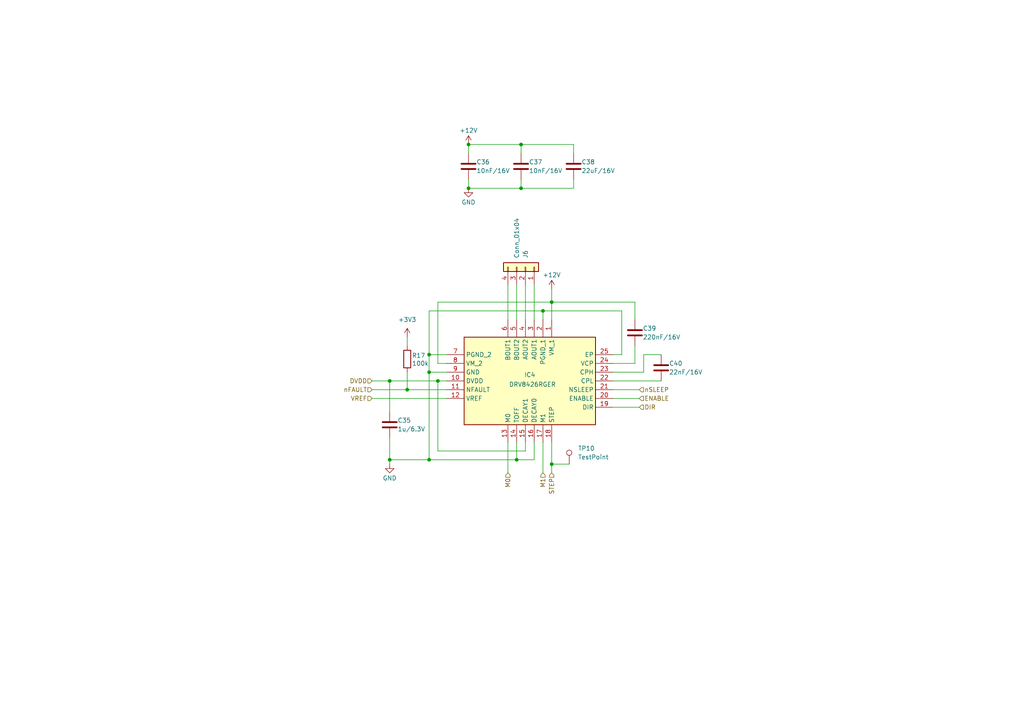
<source format=kicad_sch>
(kicad_sch (version 20250114) (generator "eeschema") (generator_version "9.0")
  (paper "A4")
  (lib_symbols
    (symbol "Connector:TestPoint" (pin_numbers (hide yes)) (pin_names (offset 0.762) (hide yes))
      (property "Reference" "TP" (at 0 6.858 0))
      (property "Value" "TestPoint" (at 0 5.08 0))
      (symbol "TestPoint_0_1"
        (circle (center 0 3.302) (radius 0.762))
      )
      (symbol "TestPoint_1_1"
        (pin passive line (at 0 0 90) (length 2.54) (name "1") (number "1"))
      )
    )
    (symbol "Connector_Generic:Conn_01x04" (pin_names (offset 1.016) (hide yes))
      (property "Reference" "J" (at 0 5.08 0))
      (property "Value" "Conn_01x04" (at 0 -7.62 0))
      (symbol "Conn_01x04_1_1"
        (rectangle (start -1.27 3.81) (end 1.27 -6.35) (stroke (width 0.254)) (fill (type background)))
        (rectangle (start -1.27 2.667) (end 0 2.413) (stroke (width 0.1524)))
        (rectangle (start -1.27 0.127) (end 0 -0.127) (stroke (width 0.1524)))
        (rectangle (start -1.27 -2.413) (end 0 -2.667) (stroke (width 0.1524)))
        (rectangle (start -1.27 -4.953) (end 0 -5.207) (stroke (width 0.1524)))
        (pin passive line (at -5.08 2.54 0) (length 3.81) (name "Pin_1") (number "1"))
        (pin passive line (at -5.08 0 0) (length 3.81) (name "Pin_2") (number "2"))
        (pin passive line (at -5.08 -2.54 0) (length 3.81) (name "Pin_3") (number "3"))
        (pin passive line (at -5.08 -5.08 0) (length 3.81) (name "Pin_4") (number "4"))
      )
    )
    (symbol "Device:C" (pin_numbers (hide yes)) (pin_names (offset 0.254))
      (property "Reference" "C" (at 0.635 2.54 0))
      (property "Value" "C" (at 0.635 -2.54 0))
      (symbol "C_0_1"
        (polyline (pts (xy -2.032 0.762) (xy 2.032 0.762)) (stroke (width 0.508)))
        (polyline (pts (xy -2.032 -0.762) (xy 2.032 -0.762)) (stroke (width 0.508)))
      )
      (symbol "C_1_1"
        (pin passive line (at 0 3.81 270) (length 2.794) (name "~") (number "1"))
        (pin passive line (at 0 -3.81 90) (length 2.794) (name "~") (number "2"))
      )
    )
    (symbol "Device:R" (pin_numbers (hide yes)) (pin_names (offset 0))
      (property "Reference" "R" (at 2.032 0 90))
      (property "Value" "R" (at 0 0 90))
      (symbol "R_0_1"
        (rectangle (start -1.016 -2.54) (end 1.016 2.54) (stroke (width 0.254)))
      )
      (symbol "R_1_1"
        (pin passive line (at 0 3.81 270) (length 1.27) (name "~") (number "1"))
        (pin passive line (at 0 -3.81 90) (length 1.27) (name "~") (number "2"))
      )
    )
    (symbol "SamacSys_Parts:DRV8426RGER"
      (property "Reference" "IC" (at 31.75 17.78 0))
      (property "Value" "DRV8426RGER" (at 31.75 15.24 0))
      (symbol "DRV8426RGER_1_1"
        (rectangle (start 5.08 12.7) (end 30.48 -25.4) (stroke (width 0.254)) (fill (type background)))
        (pin passive line (at 0 0 0) (length 5.08) (name "VM_1") (number "1"))
        (pin passive line (at 0 -2.54 0) (length 5.08) (name "PGND_1") (number "2"))
        (pin passive line (at 0 -5.08 0) (length 5.08) (name "AOUT1") (number "3"))
        (pin passive line (at 0 -7.62 0) (length 5.08) (name "AOUT2") (number "4"))
        (pin passive line (at 0 -10.16 0) (length 5.08) (name "BOUT2") (number "5"))
        (pin passive line (at 0 -12.7 0) (length 5.08) (name "BOUT1") (number "6"))
        (pin passive line (at 10.16 17.78 270) (length 5.08) (name "EP") (number "25"))
        (pin passive line (at 10.16 -30.48 90) (length 5.08) (name "PGND_2") (number "7"))
        (pin passive line (at 12.7 17.78 270) (length 5.08) (name "VCP") (number "24"))
        (pin passive line (at 12.7 -30.48 90) (length 5.08) (name "VM_2") (number "8"))
        (pin passive line (at 15.24 17.78 270) (length 5.08) (name "CPH") (number "23"))
        (pin passive line (at 15.24 -30.48 90) (length 5.08) (name "GND") (number "9"))
        (pin passive line (at 17.78 17.78 270) (length 5.08) (name "CPL") (number "22"))
        (pin passive line (at 17.78 -30.48 90) (length 5.08) (name "DVDD") (number "10"))
        (pin passive line (at 20.32 17.78 270) (length 5.08) (name "NSLEEP") (number "21"))
        (pin passive line (at 20.32 -30.48 90) (length 5.08) (name "NFAULT") (number "11"))
        (pin passive line (at 22.86 17.78 270) (length 5.08) (name "ENABLE") (number "20"))
        (pin passive line (at 22.86 -30.48 90) (length 5.08) (name "VREF") (number "12"))
        (pin passive line (at 25.4 17.78 270) (length 5.08) (name "DIR") (number "19"))
        (pin passive line (at 35.56 0 180) (length 5.08) (name "STEP") (number "18"))
        (pin passive line (at 35.56 -2.54 180) (length 5.08) (name "M1") (number "17"))
        (pin passive line (at 35.56 -5.08 180) (length 5.08) (name "DECAY0") (number "16"))
        (pin passive line (at 35.56 -7.62 180) (length 5.08) (name "DECAY1") (number "15"))
        (pin passive line (at 35.56 -10.16 180) (length 5.08) (name "TOFF") (number "14"))
        (pin passive line (at 35.56 -12.7 180) (length 5.08) (name "M0") (number "13"))
      )
    )
    (symbol "power:+12V" (power) (pin_numbers (hide yes)) (pin_names (offset 0) (hide yes))
      (property "Value" "+12V" (at 0 3.556 0))
      (symbol "+12V_0_1"
        (polyline (pts (xy -0.762 1.27) (xy 0 2.54)))
        (polyline (pts (xy 0 2.54) (xy 0.762 1.27)))
        (polyline (pts (xy 0 0) (xy 0 2.54)))
      )
      (symbol "+12V_1_1"
        (pin power_in line (at 0 0 90) (length 0) (name "~") (number "1"))
      )
    )
    (symbol "power:+3V3" (power) (pin_numbers (hide yes)) (pin_names (offset 0) (hide yes))
      (property "Value" "+3V3" (at 0 3.556 0))
      (symbol "+3V3_0_1"
        (polyline (pts (xy -0.762 1.27) (xy 0 2.54)))
        (polyline (pts (xy 0 2.54) (xy 0.762 1.27)))
        (polyline (pts (xy 0 0) (xy 0 2.54)))
      )
      (symbol "+3V3_1_1"
        (pin power_in line (at 0 0 90) (length 0) (name "~") (number "1"))
      )
    )
    (symbol "power:GND" (power) (pin_numbers (hide yes)) (pin_names (offset 0) (hide yes))
      (property "Value" "GND" (at 0 -3.81 0))
      (symbol "GND_0_1"
        (polyline (pts (xy 0 0) (xy 0 -1.27) (xy 1.27 -1.27) (xy 0 -2.54) (xy -1.27 -1.27) (xy 0 -1.27)))
      )
      (symbol "GND_1_1"
        (pin power_in line (at 0 0 270) (length 0) (name "~") (number "1"))
      )
    )
  )
  (junction (at 127 110.49))
  (junction (at 118.11 113.03))
  (junction (at 157.48 90.17))
  (junction (at 135.89 54.61))
  (junction (at 113.03 133.35))
  (junction (at 151.13 41.91))
  (junction (at 160.02 87.63))
  (junction (at 124.46 102.87))
  (junction (at 160.02 134.62))
  (junction (at 151.13 54.61))
  (junction (at 149.86 133.35))
  (junction (at 124.46 107.95))
  (junction (at 135.89 41.91))
  (junction (at 113.03 110.49))
  (junction (at 124.46 133.35))
  (wire (pts (xy 180.34 102.87) (xy 177.8 102.87)))
  (wire (pts (xy 118.11 113.03) (xy 129.54 113.03)))
  (wire (pts (xy 135.89 41.91) (xy 151.13 41.91)))
  (wire (pts (xy 160.02 87.63) (xy 184.15 87.63)))
  (wire (pts (xy 149.86 133.35) (xy 154.94 133.35)))
  (wire (pts (xy 107.95 115.57) (xy 129.54 115.57)))
  (wire (pts (xy 124.46 90.17) (xy 157.48 90.17)))
  (wire (pts (xy 184.15 105.41) (xy 184.15 100.33)))
  (wire (pts (xy 113.03 110.49) (xy 113.03 119.38)))
  (wire (pts (xy 118.11 107.95) (xy 118.11 113.03)))
  (wire (pts (xy 160.02 83.82) (xy 160.02 87.63)))
  (wire (pts (xy 151.13 54.61) (xy 166.37 54.61)))
  (wire (pts (xy 113.03 133.35) (xy 124.46 133.35)))
  (wire (pts (xy 127 130.81) (xy 127 110.49)))
  (wire (pts (xy 177.8 105.41) (xy 184.15 105.41)))
  (wire (pts (xy 157.48 128.27) (xy 157.48 137.16)))
  (wire (pts (xy 107.95 110.49) (xy 113.03 110.49)))
  (wire (pts (xy 124.46 133.35) (xy 149.86 133.35)))
  (wire (pts (xy 127 87.63) (xy 160.02 87.63)))
  (wire (pts (xy 149.86 128.27) (xy 149.86 133.35)))
  (wire (pts (xy 160.02 134.62) (xy 160.02 137.16)))
  (wire (pts (xy 154.94 128.27) (xy 154.94 133.35)))
  (wire (pts (xy 177.8 115.57) (xy 185.42 115.57)))
  (wire (pts (xy 186.69 107.95) (xy 186.69 102.87)))
  (wire (pts (xy 152.4 82.55) (xy 152.4 92.71)))
  (wire (pts (xy 166.37 54.61) (xy 166.37 52.07)))
  (wire (pts (xy 160.02 87.63) (xy 160.02 92.71)))
  (wire (pts (xy 152.4 128.27) (xy 152.4 130.81)))
  (wire (pts (xy 107.95 113.03) (xy 118.11 113.03)))
  (wire (pts (xy 127 105.41) (xy 127 87.63)))
  (wire (pts (xy 151.13 41.91) (xy 151.13 44.45)))
  (wire (pts (xy 118.11 97.79) (xy 118.11 100.33)))
  (wire (pts (xy 180.34 90.17) (xy 180.34 102.87)))
  (wire (pts (xy 124.46 102.87) (xy 124.46 90.17)))
  (wire (pts (xy 177.8 110.49) (xy 191.77 110.49)))
  (wire (pts (xy 151.13 54.61) (xy 151.13 52.07)))
  (wire (pts (xy 151.13 41.91) (xy 166.37 41.91)))
  (wire (pts (xy 147.32 82.55) (xy 147.32 92.71)))
  (wire (pts (xy 135.89 54.61) (xy 151.13 54.61)))
  (wire (pts (xy 135.89 52.07) (xy 135.89 54.61)))
  (wire (pts (xy 113.03 127) (xy 113.03 133.35)))
  (wire (pts (xy 177.8 118.11) (xy 185.42 118.11)))
  (wire (pts (xy 129.54 105.41) (xy 127 105.41)))
  (wire (pts (xy 166.37 41.91) (xy 166.37 44.45)))
  (wire (pts (xy 124.46 133.35) (xy 124.46 107.95)))
  (wire (pts (xy 113.03 134.62) (xy 113.03 133.35)))
  (wire (pts (xy 152.4 130.81) (xy 127 130.81)))
  (wire (pts (xy 160.02 128.27) (xy 160.02 134.62)))
  (wire (pts (xy 113.03 110.49) (xy 127 110.49)))
  (wire (pts (xy 149.86 82.55) (xy 149.86 92.71)))
  (wire (pts (xy 160.02 134.62) (xy 165.1 134.62)))
  (wire (pts (xy 124.46 107.95) (xy 129.54 107.95)))
  (wire (pts (xy 177.8 113.03) (xy 185.42 113.03)))
  (wire (pts (xy 124.46 102.87) (xy 124.46 107.95)))
  (wire (pts (xy 186.69 102.87) (xy 191.77 102.87)))
  (wire (pts (xy 157.48 90.17) (xy 180.34 90.17)))
  (wire (pts (xy 154.94 82.55) (xy 154.94 92.71)))
  (wire (pts (xy 184.15 87.63) (xy 184.15 92.71)))
  (wire (pts (xy 177.8 107.95) (xy 186.69 107.95)))
  (wire (pts (xy 129.54 110.49) (xy 127 110.49)))
  (wire (pts (xy 157.48 90.17) (xy 157.48 92.71)))
  (wire (pts (xy 147.32 128.27) (xy 147.32 137.16)))
  (wire (pts (xy 129.54 102.87) (xy 124.46 102.87)))
  (wire (pts (xy 135.89 41.91) (xy 135.89 44.45)))
  (hierarchical_label "ENABLE" (shape input) (at 185.42 115.57 0))
  (hierarchical_label "M0" (shape input) (at 147.32 137.16 270))
  (hierarchical_label "nFAULT" (shape input) (at 107.95 113.03 180))
  (hierarchical_label "DVDD" (shape input) (at 107.95 110.49 180))
  (hierarchical_label "STEP" (shape input) (at 160.02 137.16 270))
  (hierarchical_label "VREF" (shape input) (at 107.95 115.57 180))
  (hierarchical_label "DIR" (shape input) (at 185.42 118.11 0))
  (hierarchical_label "M1" (shape input) (at 157.48 137.16 270))
  (hierarchical_label "nSLEEP" (shape input) (at 185.42 113.03 0))
  (symbol (lib_id "Connector:TestPoint") (at 165.1 134.62 0) (unit 1)
    (property "Reference" "TP7" (at 167.64 130.0479 0) (effects (justify left)))
    (property "Value" "TestPoint" (at 167.64 132.5879 0) (effects (justify left)))
    (property "Footprint" "TestPoint:TestPoint_Pad_D1.5mm" (effects (hide yes)))
    (property "Description" "test point" (effects (hide yes)))
    (instances (project "PCK-ST1" (path "" (reference "TP10") (unit 1)) (path "" (reference "TP7") (unit 1)) (path "" (reference "TP8") (unit 1)) (path "" (reference "TP9") (unit 1))))
  )
  (symbol (lib_id "power:GND") (at 113.03 134.62 0) (mirror y) (unit 1)
    (property "Reference" "#PWR020" (effects (hide yes)))
    (property "Value" "GND" (at 113.03 138.684 0))
    (property "Description" "Power symbol creates a global label with name \"GND\" , ground" (effects (hide yes)))
    (instances (project "PCK-ST1" (path "" (reference "#PWR038") (unit 1)) (path "" (reference "#PWR020") (unit 1)) (path "" (reference "#PWR025") (unit 1)) (path "" (reference "#PWR033") (unit 1))))
  )
  (symbol (lib_id "Device:C") (at 184.15 96.52 0) (unit 1)
    (property "Reference" "C17" (at 186.436 95.25 0) (effects (justify left)))
    (property "Value" "220nF/16V" (at 186.436 97.79 0) (effects (justify left)))
    (property "Footprint" "Capacitor_SMD:C_0402_1005Metric" (effects (hide yes)))
    (property "Description" "Unpolarized capacitor" (effects (hide yes)))
    (instances (project "PCK-ST1" (path "" (reference "C39") (unit 1)) (path "" (reference "C17") (unit 1)) (path "" (reference "C27") (unit 1)) (path "" (reference "C33") (unit 1))))
  )
  (symbol (lib_id "Connector_Generic:Conn_01x04") (at 152.4 77.47 270) (mirror x) (unit 1)
    (property "Reference" "J3" (at 152.4001 74.93 0) (effects (justify left)))
    (property "Value" "Conn_01x04" (at 149.8601 74.93 0) (effects (justify left)))
    (property "Footprint" "Connector_JST:JST_PH_B4B-PH-K_1x04_P2.00mm_Vertical" (effects (hide yes)))
    (property "Description" "Generic connector, single row, 01x04, script generated (kicad-library-utils/schlib/autogen/connector/)" (effects (hide yes)))
    (instances (project "PCK-ST1" (path "" (reference "J6") (unit 1)) (path "" (reference "J3") (unit 1)) (path "" (reference "J4") (unit 1)) (path "" (reference "J5") (unit 1))))
  )
  (symbol (lib_id "SamacSys_Parts:DRV8426RGER") (at 160.02 92.71 270) (unit 1)
    (property "Reference" "IC1" (at 153.67 108.712 90))
    (property "Value" "DRV8426RGER" (at 154.432 111.506 90))
    (property "Footprint" "QFN50P400X400X100-25N-D" (effects (hide yes)))
    (property "Description" "Motor Drives 35-V, 1.5-A bipolar stepper driver with integrated current sensing & 1/256 microstepping" (effects (hide yes)))
    (property "Height" "1" (effects (hide yes)))
    (property "Mouser Part Number" "595-DRV8426RGER" (effects (hide yes)))
    (property "Mouser Price/Stock" "https://www.mouser.co.uk/ProductDetail/Texas-Instruments/DRV8426RGER?qs=zW32dvEIR3tWckqQdYkJ%252BQ%3D%3D" (effects (hide yes)))
    (property "Manufacturer_Name" "Texas Instruments" (effects (hide yes)))
    (property "Manufacturer_Part_Number" "DRV8426RGER" (effects (hide yes)))
    (instances (project "PCK-ST1" (path "" (reference "IC4") (unit 1)) (path "" (reference "IC1") (unit 1)) (path "" (reference "IC2") (unit 1)) (path "" (reference "IC3") (unit 1))))
  )
  (symbol (lib_id "Device:C") (at 135.89 48.26 0) (unit 1)
    (property "Reference" "C18" (at 138.176 46.99 0) (effects (justify left)))
    (property "Value" "10nF/16V" (at 138.176 49.53 0) (effects (justify left)))
    (property "Footprint" "Capacitor_SMD:C_0402_1005Metric" (effects (hide yes)))
    (property "Description" "Unpolarized capacitor" (effects (hide yes)))
    (instances (project "PCK-ST1" (path "" (reference "C36") (unit 1)) (path "" (reference "C18") (unit 1)) (path "" (reference "C24") (unit 1)) (path "" (reference "C30") (unit 1))))
  )
  (symbol (lib_id "Device:C") (at 191.77 106.68 0) (unit 1)
    (property "Reference" "C15" (at 194.056 105.41 0) (effects (justify left)))
    (property "Value" "22nF/16V" (at 194.056 107.95 0) (effects (justify left)))
    (property "Footprint" "Capacitor_SMD:C_0402_1005Metric" (effects (hide yes)))
    (property "Description" "Unpolarized capacitor" (effects (hide yes)))
    (instances (project "PCK-ST1" (path "" (reference "C40") (unit 1)) (path "" (reference "C15") (unit 1)) (path "" (reference "C28") (unit 1)) (path "" (reference "C34") (unit 1))))
  )
  (symbol (lib_id "Device:R") (at 118.11 104.14 180) (unit 1)
    (property "Reference" "R14" (at 121.412 103.124 0))
    (property "Value" "100k" (at 121.92 105.41 0))
    (property "Footprint" "Resistor_SMD:R_0402_1005Metric" (effects (hide yes)))
    (property "Description" "Resistor" (effects (hide yes)))
    (instances (project "PCK-ST1" (path "" (reference "R17") (unit 1)) (path "" (reference "R14") (unit 1)) (path "" (reference "R15") (unit 1)) (path "" (reference "R16") (unit 1))))
  )
  (symbol (lib_id "Device:C") (at 166.37 48.26 0) (unit 1)
    (property "Reference" "C20" (at 168.656 46.99 0) (effects (justify left)))
    (property "Value" "22uF/16V" (at 168.656 49.53 0) (effects (justify left)))
    (property "Footprint" "Capacitor_SMD:C_0805_2012Metric" (effects (hide yes)))
    (property "Description" "Unpolarized capacitor" (effects (hide yes)))
    (instances (project "PCK-ST1" (path "" (reference "C38") (unit 1)) (path "" (reference "C20") (unit 1)) (path "" (reference "C26") (unit 1)) (path "" (reference "C32") (unit 1))))
  )
  (symbol (lib_id "power:+12V") (at 135.89 41.91 0) (unit 1)
    (property "Reference" "#PWR022" (effects (hide yes)))
    (property "Value" "+12V" (at 135.89 37.846 0))
    (property "Description" "Power symbol creates a global label with name \"+12V\"" (effects (hide yes)))
    (instances (project "PCK-ST1" (path "" (reference "#PWR040") (unit 1)) (path "" (reference "#PWR022") (unit 1)) (path "" (reference "#PWR030") (unit 1)) (path "" (reference "#PWR035") (unit 1))))
  )
  (symbol (lib_id "Device:C") (at 113.03 123.19 0) (unit 1)
    (property "Reference" "C16" (at 115.316 121.92 0) (effects (justify left)))
    (property "Value" "1u/6.3V" (at 115.316 124.46 0) (effects (justify left)))
    (property "Footprint" "Capacitor_SMD:C_0402_1005Metric" (effects (hide yes)))
    (property "Description" "Unpolarized capacitor" (effects (hide yes)))
    (instances (project "PCK-ST1" (path "" (reference "C35") (unit 1)) (path "" (reference "C16") (unit 1)) (path "" (reference "C23") (unit 1)) (path "" (reference "C29") (unit 1))))
  )
  (symbol (lib_id "power:+3V3") (at 118.11 97.79 0) (unit 1)
    (property "Reference" "#PWR023" (effects (hide yes)))
    (property "Value" "+3V3" (at 118.11 92.71 0))
    (property "Description" "Power symbol creates a global label with name \"+3V3\"" (effects (hide yes)))
    (instances (project "PCK-ST1" (path "" (reference "#PWR039") (unit 1)) (path "" (reference "#PWR023") (unit 1)) (path "" (reference "#PWR029") (unit 1)) (path "" (reference "#PWR034") (unit 1))))
  )
  (symbol (lib_id "power:GND") (at 135.89 54.61 0) (mirror y) (unit 1)
    (property "Reference" "#PWR024" (effects (hide yes)))
    (property "Value" "GND" (at 135.89 58.674 0))
    (property "Description" "Power symbol creates a global label with name \"GND\" , ground" (effects (hide yes)))
    (instances (project "PCK-ST1" (path "" (reference "#PWR041") (unit 1)) (path "" (reference "#PWR024") (unit 1)) (path "" (reference "#PWR031") (unit 1)) (path "" (reference "#PWR036") (unit 1))))
  )
  (symbol (lib_id "Device:C") (at 151.13 48.26 0) (unit 1)
    (property "Reference" "C19" (at 153.416 46.99 0) (effects (justify left)))
    (property "Value" "10nF/16V" (at 153.416 49.53 0) (effects (justify left)))
    (property "Footprint" "Capacitor_SMD:C_0402_1005Metric" (effects (hide yes)))
    (property "Description" "Unpolarized capacitor" (effects (hide yes)))
    (instances (project "PCK-ST1" (path "" (reference "C37") (unit 1)) (path "" (reference "C19") (unit 1)) (path "" (reference "C25") (unit 1)) (path "" (reference "C31") (unit 1))))
  )
  (symbol (lib_id "power:+12V") (at 160.02 83.82 0) (unit 1)
    (property "Reference" "#PWR05" (effects (hide yes)))
    (property "Value" "+12V" (at 160.02 79.756 0))
    (property "Description" "Power symbol creates a global label with name \"+12V\"" (effects (hide yes)))
    (instances (project "PCK-ST1" (path "" (reference "#PWR042") (unit 1)) (path "" (reference "#PWR05") (unit 1)) (path "" (reference "#PWR032") (unit 1)) (path "" (reference "#PWR037") (unit 1))))
  )
)
</source>
